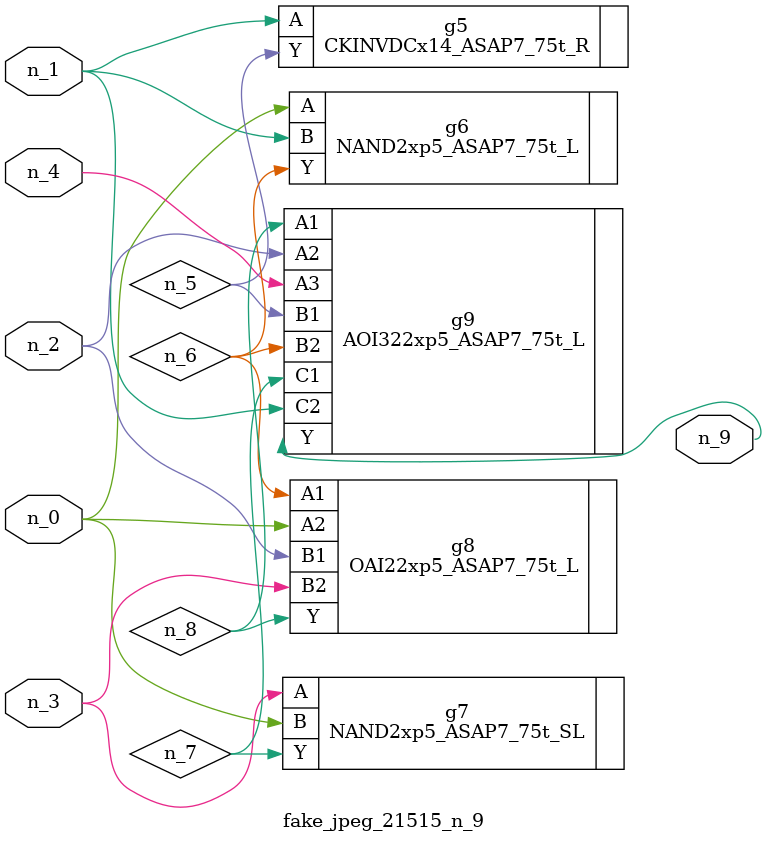
<source format=v>
module fake_jpeg_21515_n_9 (n_3, n_2, n_1, n_0, n_4, n_9);

input n_3;
input n_2;
input n_1;
input n_0;
input n_4;

output n_9;

wire n_8;
wire n_6;
wire n_5;
wire n_7;

CKINVDCx14_ASAP7_75t_R g5 ( 
.A(n_1),
.Y(n_5)
);

NAND2xp5_ASAP7_75t_L g6 ( 
.A(n_0),
.B(n_1),
.Y(n_6)
);

NAND2xp5_ASAP7_75t_SL g7 ( 
.A(n_3),
.B(n_0),
.Y(n_7)
);

OAI22xp5_ASAP7_75t_L g8 ( 
.A1(n_6),
.A2(n_0),
.B1(n_2),
.B2(n_3),
.Y(n_8)
);

AOI322xp5_ASAP7_75t_L g9 ( 
.A1(n_8),
.A2(n_2),
.A3(n_4),
.B1(n_5),
.B2(n_6),
.C1(n_7),
.C2(n_1),
.Y(n_9)
);


endmodule
</source>
